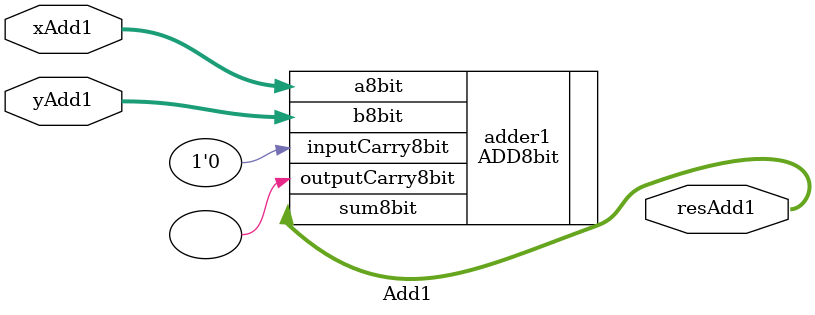
<source format=v>
module Add1(
	input [31:0]xAdd1,yAdd1,
	output [31:0]resAdd1
);
// Conexiones

// Cuerpo del modulo

ADD8bit adder1(.a8bit(xAdd1),.b8bit(yAdd1),.inputCarry8bit(1'b0),.sum8bit(resAdd1),.outputCarry8bit());

endmodule

</source>
